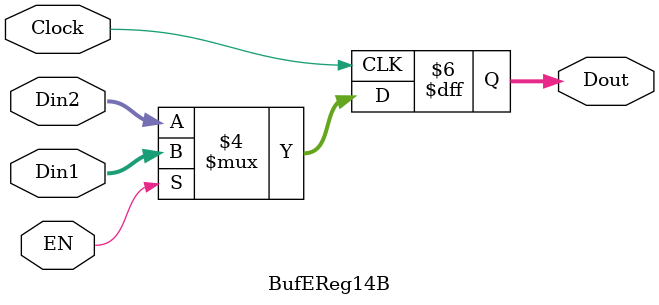
<source format=v>
`timescale	1ns/1ps

module	BufEReg14B(Dout, Din1, Din2, EN, Clock)	;

output	[13:0]	Dout	;
reg	[13:0]	Dout	;

input	[13:0]	Din1, Din2	;
wire	[13:0]	Din1, Din2	;

input	EN	;
wire	EN	;

input	Clock	;
wire	Clock	;


always	@(posedge	Clock)
	begin
		if ( EN == 1'b1 )
			begin
				Dout <= Din1	;
			end
		else
			begin
				Dout <= Din2	;
			end
	end

endmodule


</source>
